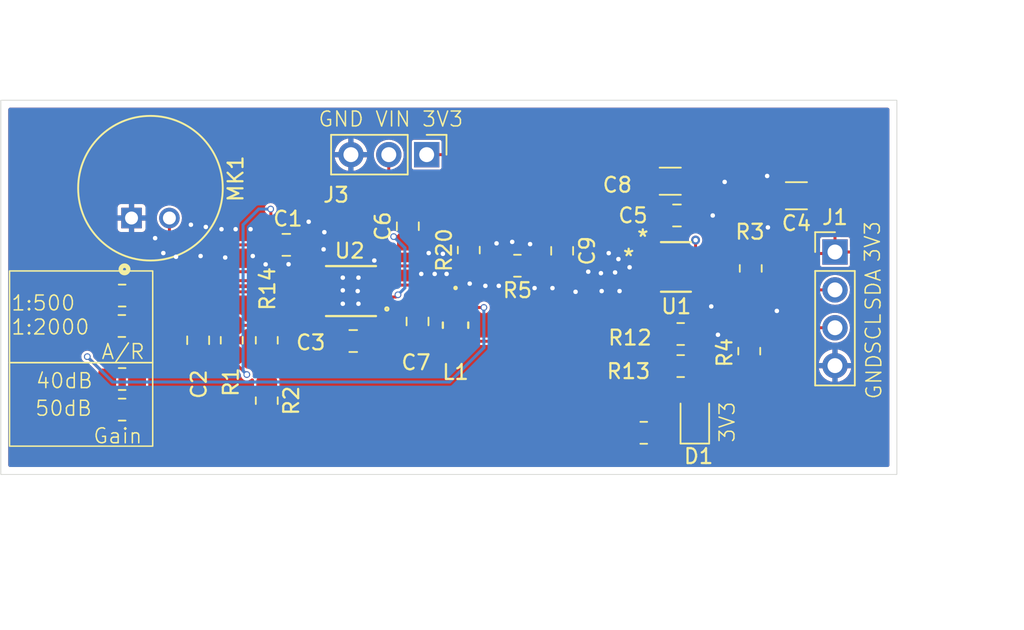
<source format=kicad_pcb>
(kicad_pcb (version 20240108) (generator "pcbnew") (generator_version "8.0")
  (layers (0 "F.Cu" signal) (1 "In1.Cu" power) (2 "In2.Cu" power) (31 "B.Cu" signal) (34 "B.Paste" user) (35 "F.Paste" user) (36 "B.SilkS" user "B.Silkscreen") (37 "F.SilkS" user "F.Silkscreen") (38 "B.Mask" user) (39 "F.Mask" user) (44 "Edge.Cuts" user))
  (net 0 "")
  (net 1 "GND")
  (net 2 "+3.3V")
  (net 3 "Net-(D1-K)")
  (net 4 "Net-(U2-MICIN)")
  (net 5 "Net-(U1-VIN)")
  (net 6 "Net-(U1-ADDR)")
  (net 7 "/SCL")
  (net 8 "/SDA")
  (net 9 "Net-(C1-Pad2)")
  (net 10 "Net-(U2-BIAS)")
  (net 11 "Net-(U2-CT)")
  (net 12 "Net-(U2-CG)")
  (net 13 "VDDA")
  (net 14 "Net-(U2-MICBIAS)")
  (net 15 "Net-(U2-TH)")
  (net 16 "/Gain")
  (net 17 "/A{slash}R")
  (net 18 "Net-(J3-Pin_2)")
  (net 19 "Net-(U2-MICOUT)")
  (footprint "Resistor_SMD:R_0805_2012Metric_Pad1.20x1.40mm_HandSolder" (layer "F.Cu") (at 161.75 97.28 -90)
    (property "Reference" "R4" (at 0.1 1.65 90) (layer "F.SilkS"))
    (property "Value" "4.7k")
    (fp_line (start -0.227064 0.735) (end 0.227064 0.735) (stroke (width 0.12)) (layer "F.SilkS"))
    (fp_line (start -0.227064 -0.735) (end 0.227064 -0.735) (stroke (width 0.12)) (layer "F.SilkS"))
    (pad "1" smd roundrect (at -1 0 270) (size 1.2 1.4) (layers "F.Cu" "F.Paste" "F.Mask") (roundrect_rratio 0.208333) (net 7 "/SCL"))
    (pad "2" smd roundrect (at 1 0 270) (size 1.2 1.4) (layers "F.Cu" "F.Paste" "F.Mask") (roundrect_rratio 0.208333) (net 2 "+3.3V"))
  )
  (footprint "Resistor_SMD:R_0805_2012Metric_Pad1.20x1.40mm_HandSolder" (layer "F.Cu") (at 127.0375 96.55 -90)
    (property "Reference" "R1" (at 2.8 0.05 90) (layer "F.SilkS"))
    (property "Value" "2.21k")
    (fp_line (start -0.227064 0.735) (end 0.227064 0.735) (stroke (width 0.12)) (layer "F.SilkS"))
    (fp_line (start -0.227064 -0.735) (end 0.227064 -0.735) (stroke (width 0.12)) (layer "F.SilkS"))
    (pad "1" smd roundrect (at -1 0 270) (size 1.2 1.4) (layers "F.Cu" "F.Paste" "F.Mask") (roundrect_rratio 0.208333) (net 14 "Net-(U2-MICBIAS)"))
    (pad "2" smd roundrect (at 1 0 270) (size 1.2 1.4) (layers "F.Cu" "F.Paste" "F.Mask") (roundrect_rratio 0.208333) (net 9 "Net-(C1-Pad2)"))
  )
  (footprint "LED_SMD:LED_0805_2012Metric" (layer "F.Cu") (at 158.1 101.7925 90)
    (property "Reference" "D1" (at -2.5375 0.25 0) (layer "F.SilkS"))
    (property "Value" "LED")
    (fp_line (start 1 -0.96) (end -1.685 -0.96) (stroke (width 0.12)) (layer "F.SilkS"))
    (fp_line (start -1.685 -0.96) (end -1.685 0.96) (stroke (width 0.12)) (layer "F.SilkS"))
    (fp_line (start -1.685 0.96) (end 1 0.96) (stroke (width 0.12)) (layer "F.SilkS"))
    (pad "1" smd roundrect (at -0.9375 0 90) (size 0.975 1.4) (layers "F.Cu" "F.Paste" "F.Mask") (net 3 "Net-(D1-K)"))
    (pad "2" smd roundrect (at 0.9375 0 90) (size 0.975 1.4) (layers "F.Cu" "F.Paste" "F.Mask") (net 2 "+3.3V"))
  )
  (footprint "Capacitor_SMD:C_0805_2012Metric_Pad1.18x1.45mm_HandSolder" (layer "F.Cu") (at 139.5 95.2875 -90)
    (property "Reference" "C7" (at 2.75 0.1 180) (layer "F.SilkS"))
    (property "Value" "1uF")
    (fp_line (start -0.261252 0.735) (end 0.261252 0.735) (stroke (width 0.12)) (layer "F.SilkS"))
    (fp_line (start -0.261252 -0.735) (end 0.261252 -0.735) (stroke (width 0.12)) (layer "F.SilkS"))
    (pad "1" smd roundrect (at -1.0375 0 270) (size 1.175 1.45) (layers "F.Cu" "F.Paste" "F.Mask") (roundrect_rratio 0.212766) (net 13 "VDDA"))
    (pad "2" smd roundrect (at 1.0375 0 270) (size 1.175 1.45) (layers "F.Cu" "F.Paste" "F.Mask") (roundrect_rratio 0.212766) (net 1 "GND"))
  )
  (footprint "Microphone_ADC:ADC081C027CIMK_NOPB-M" (layer "F.Cu") (at 156.8308 91.630001)
    (property "Reference" "U1" (at 0.0192 2.649999 0) (layer "F.SilkS"))
    (property "Value" "ADC081C027CIMK/NOPB")
    (fp_line (start -1.0033 1.6637) (end 1.0033 1.6637) (stroke (width 0.1524)) (layer "F.SilkS"))
    (fp_line (start 1.0033 -1.6637) (end -1.0033 -1.6637) (stroke (width 0.1524)) (layer "F.SilkS"))
    (fp_text user "*" (at -3.1692 -0.674551 0) (layer "F.SilkS"))
    (fp_text user "*" (at -2.2192 -1.974551 0) (layer "F.SilkS"))
    (pad "1" smd rect (at -1.2192 -0.950001) (size 1.524 0.5842) (layers "F.Cu" "F.Paste" "F.Mask") (net 2 "+3.3V"))
    (pad "2" smd rect (at -1.2192 0) (size 1.524 0.5842) (layers "F.Cu" "F.Paste" "F.Mask") (net 1 "GND"))
    (pad "3" smd rect (at -1.2192 0.950001) (size 1.524 0.5842) (layers "F.Cu" "F.Paste" "F.Mask") (net 5 "Net-(U1-VIN)"))
    (pad "4" smd rect (at 1.2192 0.950001) (size 1.524 0.5842) (layers "F.Cu" "F.Paste" "F.Mask") (net 6 "Net-(U1-ADDR)"))
    (pad "5" smd rect (at 1.2192 0) (size 1.524 0.5842) (layers "F.Cu" "F.Paste" "F.Mask") (net 7 "/SCL"))
    (pad "6" smd rect (at 1.2192 -0.950001) (size 1.524 0.5842) (layers "F.Cu" "F.Paste" "F.Mask") (net 8 "/SDA"))
  )
  (footprint "Microphone_ADC:max9814etd+t-M" (layer "F.Cu") (at 135.0369 93.25 180)
    (property "Reference" "U2" (at 0.0869 2.7 0) (layer "F.SilkS"))
    (property "Value" "max9814etd+t")
    (fp_line (start 1.6764 -1.6764) (end -1.6764 -1.6764) (stroke (width 0.1524)) (layer "F.SilkS"))
    (fp_line (start -1.6764 1.6764) (end 1.6764 1.6764) (stroke (width 0.1524)) (layer "F.SilkS"))
    (fp_circle (center -2.4066 -1.2) (end -2.305 -1.2) (stroke (width 0.1524)) (fill none) (layer "F.SilkS"))
    (pad "1" smd rect (at -1.5494 -1.2 180) (size 0.8128 0.2032) (layers "F.Cu" "F.Paste" "F.Mask") (net 11 "Net-(U2-CT)"))
    (pad "2" smd rect (at -1.5494 -0.800001 180) (size 0.8128 0.2032) (layers "F.Cu" "F.Paste" "F.Mask") (net 13 "VDDA"))
    (pad "3" smd rect (at -1.5494 -0.399999 180) (size 0.8128 0.2032) (layers "F.Cu" "F.Paste" "F.Mask") (net 12 "Net-(U2-CG)"))
    (pad "4" smd rect (at -1.5494 0 180) (size 0.8128 0.2032) (layers "F.Cu" "F.Paste" "F.Mask") (net 1 "GND"))
    (pad "5" smd rect (at -1.5494 0.399999 180) (size 0.8128 0.2032) (layers "F.Cu" "F.Paste" "F.Mask") (net 13 "VDDA"))
    (pad "6" smd rect (at -1.5494 0.800001 180) (size 0.8128 0.2032) (layers "F.Cu" "F.Paste" "F.Mask") (net 19 "Net-(U2-MICOUT)"))
    (pad "7" smd rect (at -1.5494 1.2 180) (size 0.8128 0.2032) (layers "F.Cu" "F.Paste" "F.Mask") (net 1 "GND"))
    (pad "8" smd rect (at 1.5494 1.2 180) (size 0.8128 0.2032) (layers "F.Cu" "F.Paste" "F.Mask") (net 4 "Net-(U2-MICIN)"))
    (pad "9" smd rect (at 1.5494 0.800001 180) (size 0.8128 0.2032) (layers "F.Cu" "F.Paste" "F.Mask") (net 17 "/A{slash}R"))
    (pad "10" smd rect (at 1.5494 0.399999 180) (size 0.8128 0.2032) (layers "F.Cu" "F.Paste" "F.Mask") (net 16 "/Gain"))
    (pad "11" smd rect (at 1.5494 0 180) (size 0.8128 0.2032) (layers "F.Cu" "F.Paste" "F.Mask") (net 1 "GND"))
    (pad "12" smd rect (at 1.5494 -0.399999 180) (size 0.8128 0.2032) (layers "F.Cu" "F.Paste" "F.Mask") (net 10 "Net-(U2-BIAS)"))
    (pad "13" smd rect (at 1.5494 -0.800001 180) (size 0.8128 0.2032) (layers "F.Cu" "F.Paste" "F.Mask") (net 14 "Net-(U2-MICBIAS)"))
    (pad "14" smd rect (at 1.5494 -1.2 180) (size 0.8128 0.2032) (layers "F.Cu" "F.Paste" "F.Mask") (net 15 "Net-(U2-TH)"))
    (pad "15" smd rect (at 0 0 180) (size 1.7018 2.3876) (layers "F.Cu" "F.Paste" "F.Mask") (net 1 "GND"))
  )
  (footprint "Capacitor_SMD:C_0805_2012Metric_Pad1.18x1.45mm_HandSolder" (layer "F.Cu") (at 156.9 88.18)
    (property "Reference" "C5" (at -2.95 0 0) (layer "F.SilkS"))
    (property "Value" "100nF")
    (fp_line (start -0.261252 -0.735) (end 0.261252 -0.735) (stroke (width 0.12)) (layer "F.SilkS"))
    (fp_line (start -0.261252 0.735) (end 0.261252 0.735) (stroke (width 0.12)) (layer "F.SilkS"))
    (pad "1" smd roundrect (at -1.0375 0) (size 1.175 1.45) (layers "F.Cu" "F.Paste" "F.Mask") (roundrect_rratio 0.212766) (net 2 "+3.3V"))
    (pad "2" smd roundrect (at 1.0375 0) (size 1.175 1.45) (layers "F.Cu" "F.Paste" "F.Mask") (roundrect_rratio 0.212766) (net 1 "GND"))
  )
  (footprint "Resistor_SMD:R_0805_2012Metric_Pad1.20x1.40mm_HandSolder" (layer "F.Cu") (at 129.3875 100.6 -90)
    (property "Reference" "R2" (at 0 -1.65 90) (layer "F.SilkS"))
    (property "Value" "100k")
    (fp_line (start -0.227064 0.735) (end 0.227064 0.735) (stroke (width 0.12)) (layer "F.SilkS"))
    (fp_line (start -0.227064 -0.735) (end 0.227064 -0.735) (stroke (width 0.12)) (layer "F.SilkS"))
    (pad "1" smd roundrect (at -1 0 270) (size 1.2 1.4) (layers "F.Cu" "F.Paste" "F.Mask") (roundrect_rratio 0.208333) (net 15 "Net-(U2-TH)"))
    (pad "2" smd roundrect (at 1 0 270) (size 1.2 1.4) (layers "F.Cu" "F.Paste" "F.Mask") (roundrect_rratio 0.208333) (net 1 "GND"))
  )
  (footprint "Resistor_SMD:R_0805_2012Metric_Pad1.20x1.40mm_HandSolder" (layer "F.Cu") (at 157.15 98.28 180)
    (property "Reference" "R13" (at 3.5 -0.35 180) (layer "F.SilkS"))
    (property "Value" "0")
    (fp_line (start -0.227064 0.735) (end 0.227064 0.735) (stroke (width 0.12)) (layer "F.SilkS"))
    (fp_line (start -0.227064 -0.735) (end 0.227064 -0.735) (stroke (width 0.12)) (layer "F.SilkS"))
    (pad "1" smd roundrect (at -1 0 180) (size 1.2 1.4) (layers "F.Cu" "F.Paste" "F.Mask") (roundrect_rratio 0.208333) (net 2 "+3.3V"))
    (pad "2" smd roundrect (at 1 0 180) (size 1.2 1.4) (layers "F.Cu" "F.Paste" "F.Mask") (roundrect_rratio 0.208333) (net 6 "Net-(U1-ADDR)"))
  )
  (footprint "Capacitor_SMD:C_1206_3216Metric_Pad1.33x1.80mm_HandSolder" (layer "F.Cu") (at 164.9116 86.85545 180)
    (property "Reference" "C4" (at 0 -1.85 180) (layer "F.SilkS"))
    (property "Value" "1uF")
    (fp_line (start -0.711252 0.91) (end 0.711252 0.91) (stroke (width 0.12)) (layer "F.SilkS"))
    (fp_line (start -0.711252 -0.91) (end 0.711252 -0.91) (stroke (width 0.12)) (layer "F.SilkS"))
    (pad "1" smd roundrect (at -1.5625 0 180) (size 1.325 1.8) (layers "F.Cu" "F.Paste" "F.Mask") (roundrect_rratio 0.188679) (net 2 "+3.3V"))
    (pad "2" smd roundrect (at 1.5625 0 180) (size 1.325 1.8) (layers "F.Cu" "F.Paste" "F.Mask") (roundrect_rratio 0.188679) (net 1 "GND"))
  )
  (footprint "Microphone_ADC:MMZ2012S601AT000-M" (layer "F.Cu") (at 142.05 95.5375 -90)
    (property "Reference" "L1" (at 3.15 0 0) (layer "F.SilkS"))
    (property "Value" "Ferrite_MMZ2012S601AT000")
    (fp_line (start -0.183151 0.852) (end 0.183151 0.852) (stroke (width 0.1524)) (layer "F.SilkS"))
    (fp_line (start 0.183151 -0.852) (end -0.183151 -0.852) (stroke (width 0.1524)) (layer "F.SilkS"))
    (fp_circle (center -2.497 0) (end -2.4208 0) (stroke (width 0.1524)) (fill none) (layer "F.SilkS"))
    (pad "1" smd rect (at -1.0794 0 270) (size 1.1588 1.5008) (layers "F.Cu" "F.Paste" "F.Mask") (net 13 "VDDA"))
    (pad "2" smd rect (at 1.0794 0 270) (size 1.1588 1.5008) (layers "F.Cu" "F.Paste" "F.Mask") (net 2 "+3.3V"))
    (zone (net 0) (net_name "") (layer "F.Cu") (connect_pads (clearance 0)) (min_thickness 0.254)
      (keepout (tracks not_allowed) (vias not_allowed) (pads allowed) (copperpour not_allowed) (footprints allowed))
      (fill (thermal_gap 0.508) (thermal_bridge_width 0.508))
      (polygon (pts (xy 142.7242 95.0883) (xy 142.7242 95.9867) (xy 141.3758 95.9867) (xy 141.3758 95.0883)))
    )
  )
  (footprint "Connector_PinHeader_2.54mm:PinHeader_1x03_P2.54mm_Vertical" (layer "F.Cu") (at 140.1125 84.1 -90)
    (property "Reference" "J3" (at 2.7 6.075 180) (layer "F.SilkS"))
    (property "Value" "Conn_01x03")
    (fp_line (start -1.33 6.41) (end 1.33 6.41) (stroke (width 0.12)) (layer "F.SilkS"))
    (fp_line (start -1.33 1.27) (end -1.33 6.41) (stroke (width 0.12)) (layer "F.SilkS"))
    (fp_line (start -1.33 1.27) (end 1.33 1.27) (stroke (width 0.12)) (layer "F.SilkS"))
    (fp_line (start 1.33 1.27) (end 1.33 6.41) (stroke (width 0.12)) (layer "F.SilkS"))
    (fp_line (start -1.33 0) (end -1.33 -1.33) (stroke (width 0.12)) (layer "F.SilkS"))
    (fp_line (start -1.33 -1.33) (end 0 -1.33) (stroke (width 0.12)) (layer "F.SilkS"))
    (pad "1" thru_hole rect (at 0 0 270) (size 1.7 1.7) (drill 1) (layers "*.Cu" "*.Mask") (net 2 "+3.3V"))
    (pad "2" thru_hole oval (at 0 2.54 270) (size 1.7 1.7) (drill 1) (layers "*.Cu" "*.Mask") (net 18 "Net-(J3-Pin_2)"))
    (pad "3" thru_hole oval (at 0 5.08 270) (size 1.7 1.7) (drill 1) (layers "*.Cu" "*.Mask") (net 1 "GND"))
  )
  (footprint "Capacitor_SMD:C_0805_2012Metric_Pad1.18x1.45mm_HandSolder" (layer "F.Cu") (at 138.85 88.9 90)
    (property "Reference" "C6" (at 0 -1.68 90) (layer "F.SilkS"))
    (property "Value" "2.2uF")
    (fp_line (start -0.261252 -0.735) (end 0.261252 -0.735) (stroke (width 0.12)) (layer "F.SilkS"))
    (fp_line (start -0.261252 0.735) (end 0.261252 0.735) (stroke (width 0.12)) (layer "F.SilkS"))
    (pad "1" smd roundrect (at -1.0375 0 90) (size 1.175 1.45) (layers "F.Cu" "F.Paste" "F.Mask") (roundrect_rratio 0.212766) (net 12 "Net-(U2-CG)"))
    (pad "2" smd roundrect (at 1.0375 0 90) (size 1.175 1.45) (layers "F.Cu" "F.Paste" "F.Mask") (roundrect_rratio 0.212766) (net 1 "GND"))
  )
  (footprint "Resistor_SMD:R_0805_2012Metric_Pad1.20x1.40mm_HandSolder" (layer "F.Cu") (at 129.3875 96.55 90)
    (property "Reference" "R14" (at 3.45 0.05 90) (layer "F.SilkS"))
    (property "Value" "150k")
    (fp_line (start -0.227064 -0.735) (end 0.227064 -0.735) (stroke (width 0.12)) (layer "F.SilkS"))
    (fp_line (start -0.227064 0.735) (end 0.227064 0.735) (stroke (width 0.12)) (layer "F.SilkS"))
    (pad "1" smd roundrect (at -1 0 90) (size 1.2 1.4) (layers "F.Cu" "F.Paste" "F.Mask") (roundrect_rratio 0.208333) (net 15 "Net-(U2-TH)"))
    (pad "2" smd roundrect (at 1 0 90) (size 1.2 1.4) (layers "F.Cu" "F.Paste" "F.Mask") (roundrect_rratio 0.208333) (net 14 "Net-(U2-MICBIAS)"))
  )
  (footprint "Microphone_ADC:MIC_CMA-4544PF-W" (layer "F.Cu") (at 121.5875 86.35 -90)
    (property "Reference" "MK1" (at -0.635215 -5.717015 90) (layer "F.SilkS") (effects (font (size 1.000354 1.000354))))
    (property "Value" "CMA-4544PF-W")
    (fp_circle (center 5.443 1.741) (end 5.543 1.741) (stroke (width 0.3)) (fill none) (layer "F.SilkS"))
    (fp_circle (center 0 0) (end 4.85 0) (stroke (width 0.127)) (fill none) (layer "F.SilkS"))
    (pad "1" thru_hole rect (at 2 1.27 270) (size 1.378 1.378) (drill 0.87) (layers "*.Cu" "*.Mask") (net 1 "GND"))
    (pad "2" thru_hole circle (at 2 -1.27 270) (size 1.378 1.378) (drill 0.87) (layers "*.Cu" "*.Mask") (net 9 "Net-(C1-Pad2)"))
  )
  (footprint "Resistor_SMD:R_0805_2012Metric_Pad1.20x1.40mm_HandSolder" (layer "F.Cu") (at 119.6875 101.2 180)
    (property "Reference" "R15" (hide yes))
    (property "Value" "0")
    (fp_line (start -0.227064 0.735) (end 0.227064 0.735) (stroke (width 0.12)) (layer "F.SilkS"))
    (fp_line (start -0.227064 -0.735) (end 0.227064 -0.735) (stroke (width 0.12)) (layer "F.SilkS"))
    (pad "1" smd roundrect (at -1 0 180) (size 1.2 1.4) (layers "F.Cu" "F.Paste" "F.Mask") (roundrect_rratio 0.208333) (net 16 "/Gain"))
    (pad "2" smd roundrect (at 1 0 180) (size 1.2 1.4) (layers "F.Cu" "F.Paste" "F.Mask") (roundrect_rratio 0.208333) (net 1 "GND"))
  )
  (footprint "Capacitor_SMD:C_0805_2012Metric_Pad1.18x1.45mm_HandSolder" (layer "F.Cu") (at 135.1875 96.6 180)
    (property "Reference" "C3" (at 2.85 -0.1 0) (layer "F.SilkS"))
    (property "Value" "0.47uF")
    (fp_line (start -0.261252 0.735) (end 0.261252 0.735) (stroke (width 0.12)) (layer "F.SilkS"))
    (fp_line (start -0.261252 -0.735) (end 0.261252 -0.735) (stroke (width 0.12)) (layer "F.SilkS"))
    (pad "1" smd roundrect (at -1.0375 0 180) (size 1.175 1.45) (layers "F.Cu" "F.Paste" "F.Mask") (roundrect_rratio 0.212766) (net 11 "Net-(U2-CT)"))
    (pad "2" smd roundrect (at 1.0375 0 180) (size 1.175 1.45) (layers "F.Cu" "F.Paste" "F.Mask") (roundrect_rratio 0.212766) (net 1 "GND"))
  )
  (footprint "Capacitor_SMD:C_1206_3216Metric_Pad1.33x1.80mm_HandSolder" (layer "F.Cu") (at 156.45 85.88 180)
    (property "Reference" "C8" (at 3.55 -0.25 0) (layer "F.SilkS"))
    (property "Value" "10uF")
    (fp_line (start -0.711252 0.91) (end 0.711252 0.91) (stroke (width 0.12)) (layer "F.SilkS"))
    (fp_line (start -0.711252 -0.91) (end 0.711252 -0.91) (stroke (width 0.12)) (layer "F.SilkS"))
    (pad "1" smd roundrect (at -1.5625 0 180) (size 1.325 1.8) (layers "F.Cu" "F.Paste" "F.Mask") (roundrect_rratio 0.188679) (net 1 "GND"))
    (pad "2" smd roundrect (at 1.5625 0 180) (size 1.325 1.8) (layers "F.Cu" "F.Paste" "F.Mask") (roundrect_rratio 0.188679) (net 2 "+3.3V"))
  )
  (footprint "Capacitor_SMD:C_0805_2012Metric_Pad1.18x1.45mm_HandSolder" (layer "F.Cu") (at 130.7 90.15 180)
    (property "Reference" "C1" (at -0.1 1.75 0) (layer "F.SilkS"))
    (property "Value" "100nF")
    (fp_line (start -0.261252 0.735) (end 0.261252 0.735) (stroke (width 0.12)) (layer "F.SilkS"))
    (fp_line (start -0.261252 -0.735) (end 0.261252 -0.735) (stroke (width 0.12)) (layer "F.SilkS"))
    (pad "1" smd roundrect (at -1.0375 0 180) (size 1.175 1.45) (layers "F.Cu" "F.Paste" "F.Mask") (roundrect_rratio 0.212766) (net 4 "Net-(U2-MICIN)"))
    (pad "2" smd roundrect (at 1.0375 0 180) (size 1.175 1.45) (layers "F.Cu" "F.Paste" "F.Mask") (roundrect_rratio 0.212766) (net 9 "Net-(C1-Pad2)"))
  )
  (footprint "Resistor_SMD:R_0805_2012Metric_Pad1.20x1.40mm_HandSolder" (layer "F.Cu") (at 154.6741 102.75545)
    (property "Reference" "R11" (hide yes))
    (property "Value" "1k")
    (fp_line (start -0.227064 -0.735) (end 0.227064 -0.735) (stroke (width 0.12)) (layer "F.SilkS"))
    (fp_line (start -0.227064 0.735) (end 0.227064 0.735) (stroke (width 0.12)) (layer "F.SilkS"))
    (pad "1" smd roundrect (at -1 0) (size 1.2 1.4) (layers "F.Cu" "F.Paste" "F.Mask") (roundrect_rratio 0.208333) (net 1 "GND"))
    (pad "2" smd roundrect (at 1 0) (size 1.2 1.4) (layers "F.Cu" "F.Paste" "F.Mask") (roundrect_rratio 0.208333) (net 3 "Net-(D1-K)"))
  )
  (footprint "Resistor_SMD:R_0805_2012Metric_Pad1.20x1.40mm_HandSolder" (layer "F.Cu") (at 142.9375 90.5 90)
    (property "Reference" "R20" (at 0 -1.65 90) (layer "F.SilkS"))
    (property "Value" "0")
    (fp_line (start -0.227064 -0.735) (end 0.227064 -0.735) (stroke (width 0.12)) (layer "F.SilkS"))
    (fp_line (start -0.227064 0.735) (end 0.227064 0.735) (stroke (width 0.12)) (layer "F.SilkS"))
    (pad "1" smd roundrect (at -1 0 90) (size 1.2 1.4) (layers "F.Cu" "F.Paste" "F.Mask") (roundrect_rratio 0.208333) (net 19 "Net-(U2-MICOUT)"))
    (pad "2" smd roundrect (at 1 0 90) (size 1.2 1.4) (layers "F.Cu" "F.Paste" "F.Mask") (roundrect_rratio 0.208333) (net 18 "Net-(J3-Pin_2)"))
  )
  (footprint "Resistor_SMD:R_0805_2012Metric_Pad1.20x1.40mm_HandSolder" (layer "F.Cu") (at 119.6875 93.55 180)
    (property "Reference" "R17" (hide yes))
    (property "Value" "0")
    (fp_line (start -0.227064 0.735) (end 0.227064 0.735) (stroke (width 0.12)) (layer "F.SilkS"))
    (fp_line (start -0.227064 -0.735) (end 0.227064 -0.735) (stroke (width 0.12)) (layer "F.SilkS"))
    (pad "1" smd roundrect (at -1 0 180) (size 1.2 1.4) (layers "F.Cu" "F.Paste" "F.Mask") (roundrect_rratio 0.208333) (net 17 "/A{slash}R"))
    (pad "2" smd roundrect (at 1 0 180) (size 1.2 1.4) (layers "F.Cu" "F.Paste" "F.Mask") (roundrect_rratio 0.208333) (net 1 "GND"))
  )
  (footprint "Capacitor_SMD:C_0805_2012Metric_Pad1.18x1.45mm_HandSolder" (layer "F.Cu") (at 149.2 90.55 -90)
    (property "Reference" "C9" (at 0 -1.68 -90) (layer "F.SilkS"))
    (property "Value" "470pF")
    (fp_line (start -0.261252 0.735) (end 0.261252 0.735) (stroke (width 0.12)) (layer "F.SilkS"))
    (fp_line (start -0.261252 -0.735) (end 0.261252 -0.735) (stroke (width 0.12)) (layer "F.SilkS"))
    (pad "1" smd roundrect (at -1.0375 0 270) (size 1.175 1.45) (layers "F.Cu" "F.Paste" "F.Mask") (roundrect_rratio 0.212766) (net 1 "GND"))
    (pad "2" smd roundrect (at 1.0375 0 270) (size 1.175 1.45) (layers "F.Cu" "F.Paste" "F.Mask") (roundrect_rratio 0.212766) (net 5 "Net-(U1-VIN)"))
  )
  (footprint "Resistor_SMD:R_0805_2012Metric_Pad1.20x1.40mm_HandSolder" (layer "F.Cu") (at 119.6875 99.15)
    (property "Reference" "R16" (hide yes))
    (property "Value" "0")
    (fp_line (start -0.227064 -0.735) (end 0.227064 -0.735) (stroke (width 0.12)) (layer "F.SilkS"))
    (fp_line (start -0.227064 0.735) (end 0.227064 0.735) (stroke (width 0.12)) (layer "F.SilkS"))
    (pad "1" smd roundrect (at -1 0) (size 1.2 1.4) (layers "F.Cu" "F.Paste" "F.Mask") (roundrect_rratio 0.208333) (net 13 "VDDA"))
    (pad "2" smd roundrect (at 1 0) (size 1.2 1.4) (layers "F.Cu" "F.Paste" "F.Mask") (roundrect_rratio 0.208333) (net 16 "/Gain"))
  )
  (footprint "Resistor_SMD:R_0805_2012Metric_Pad1.20x1.40mm_HandSolder" (layer "F.Cu") (at 146.2 91.55 180)
    (property "Reference" "R5" (at 0 -1.65 360) (layer "F.SilkS"))
    (property "Value" "0")
    (fp_line (start -0.227064 0.735) (end 0.227064 0.735) (stroke (width 0.12)) (layer "F.SilkS"))
    (fp_line (start -0.227064 -0.735) (end 0.227064 -0.735) (stroke (width 0.12)) (layer "F.SilkS"))
    (pad "1" smd roundrect (at -1 0 180) (size 1.2 1.4) (layers "F.Cu" "F.Paste" "F.Mask") (roundrect_rratio 0.208333) (net 5 "Net-(U1-VIN)"))
    (pad "2" smd roundrect (at 1 0 180) (size 1.2 1.4) (layers "F.Cu" "F.Paste" "F.Mask") (roundrect_rratio 0.208333) (net 19 "Net-(U2-MICOUT)"))
  )
  (footprint "Capacitor_SMD:C_0805_2012Metric_Pad1.18x1.45mm_HandSolder" (layer "F.Cu") (at 124.7875 96.55 -90)
    (property "Reference" "C2" (at 2.95 -0.05 90) (layer "F.SilkS"))
    (property "Value" "0.47uF")
    (fp_line (start -0.261252 0.735) (end 0.261252 0.735) (stroke (width 0.12)) (layer "F.SilkS"))
    (fp_line (start -0.261252 -0.735) (end 0.261252 -0.735) (stroke (width 0.12)) (layer "F.SilkS"))
    (pad "1" smd roundrect (at -1.0375 0 270) (size 1.175 1.45) (layers "F.Cu" "F.Paste" "F.Mask") (roundrect_rratio 0.212766) (net 10 "Net-(U2-BIAS)"))
    (pad "2" smd roundrect (at 1.0375 0 270) (size 1.175 1.45) (layers "F.Cu" "F.Paste" "F.Mask") (roundrect_rratio 0.212766) (net 1 "GND"))
  )
  (footprint "Resistor_SMD:R_0805_2012Metric_Pad1.20x1.40mm_HandSolder" (layer "F.Cu") (at 157.15 96.13)
    (property "Reference" "R12" (at -3.4 0.25 180) (layer "F.SilkS"))
    (property "Value" "0")
    (fp_line (start -0.227064 -0.735) (end 0.227064 -0.735) (stroke (width 0.12)) (layer "F.SilkS"))
    (fp_line (start -0.227064 0.735) (end 0.227064 0.735) (stroke (width 0.12)) (layer "F.SilkS"))
    (pad "1" smd roundrect (at -1 0) (size 1.2 1.4) (layers "F.Cu" "F.Paste" "F.Mask") (roundrect_rratio 0.208333) (net 6 "Net-(U1-ADDR)"))
    (pad "2" smd roundrect (at 1 0) (size 1.2 1.4) (layers "F.Cu" "F.Paste" "F.Mask") (roundrect_rratio 0.208333) (net 1 "GND"))
  )
  (footprint "Resistor_SMD:R_0805_2012Metric_Pad1.20x1.40mm_HandSolder" (layer "F.Cu") (at 161.85 91.73 90)
    (property "Reference" "R3" (at 2.45 -0.05 180) (layer "F.SilkS"))
    (property "Value" "4.7k")
    (fp_line (start -0.227064 -0.735) (end 0.227064 -0.735) (stroke (width 0.12)) (layer "F.SilkS"))
    (fp_line (start -0.227064 0.735) (end 0.227064 0.735) (stroke (width 0.12)) (layer "F.SilkS"))
    (pad "1" smd roundrect (at -1 0 90) (size 1.2 1.4) (layers "F.Cu" "F.Paste" "F.Mask") (roundrect_rratio 0.208333) (net 8 "/SDA"))
    (pad "2" smd roundrect (at 1 0 90) (size 1.2 1.4) (layers "F.Cu" "F.Paste" "F.Mask") (roundrect_rratio 0.208333) (net 2 "+3.3V"))
  )
  (footprint "Connector_PinHeader_2.54mm:PinHeader_1x04_P2.54mm_Vertical" (layer "F.Cu") (at 167.5 90.63)
    (property "Reference" "J1" (at 0 -2.33 0) (layer "F.SilkS"))
    (property "Value" "Conn_01x04")
    (fp_line (start -1.33 -1.33) (end 0 -1.33) (stroke (width 0.12)) (layer "F.SilkS"))
    (fp_line (start -1.33 0) (end -1.33 -1.33) (stroke (width 0.12)) (layer "F.SilkS"))
    (fp_line (start -1.33 1.27) (end -1.33 8.95) (stroke (width 0.12)) (layer "F.SilkS"))
    (fp_line (start -1.33 1.27) (end 1.33 1.27) (stroke (width 0.12)) (layer "F.SilkS"))
    (fp_line (start -1.33 8.95) (end 1.33 8.95) (stroke (width 0.12)) (layer "F.SilkS"))
    (fp_line (start 1.33 1.27) (end 1.33 8.95) (stroke (width 0.12)) (layer "F.SilkS"))
    (pad "1" thru_hole rect (at 0 0) (size 1.7 1.7) (drill 1) (layers "*.Cu" "*.Mask") (net 2 "+3.3V"))
    (pad "2" thru_hole oval (at 0 2.54) (size 1.7 1.7) (drill 1) (layers "*.Cu" "*.Mask") (net 8 "/SDA"))
    (pad "3" thru_hole oval (at 0 5.08) (size 1.7 1.7) (drill 1) (layers "*.Cu" "*.Mask") (net 7 "/SCL"))
    (pad "4" thru_hole oval (at 0 7.62) (size 1.7 1.7) (drill 1) (layers "*.Cu" "*.Mask") (net 1 "GND"))
  )
  (footprint "Resistor_SMD:R_0805_2012Metric_Pad1.20x1.40mm_HandSolder" (layer "F.Cu") (at 119.6687 95.5914)
    (property "Reference" "R18" (hide yes))
    (property "Value" "0")
    (fp_line (start -0.227064 -0.735) (end 0.227064 -0.735) (stroke (width 0.12)) (layer "F.SilkS"))
    (fp_line (start -0.227064 0.735) (end 0.227064 0.735) (stroke (width 0.12)) (layer "F.SilkS"))
    (pad "1" smd roundrect (at -1 0) (size 1.2 1.4) (layers "F.Cu" "F.Paste" "F.Mask") (roundrect_rratio 0.208333) (net 13 "VDDA"))
    (pad "2" smd roundrect (at 1 0) (size 1.2 1.4) (layers "F.Cu" "F.Paste" "F.Mask") (roundrect_rratio 0.208333) (net 17 "/A{slash}R"))
  )
  (gr_rect (start 112.1375 91.9) (end 121.7375 98.05) (stroke (width 0.1)) (fill none) (layer "F.SilkS"))
  (gr_rect (start 112.1375 98.05) (end 121.7375 103.65) (stroke (width 0.1)) (fill none) (layer "F.SilkS"))
  (gr_rect (start 111.55 80.45) (end 171.65 105.55) (stroke (width 0.05)) (fill none) (layer "Edge.Cuts"))
  (gr_text "GND VIN 3V3\n" (at 132.7875 82.3 0) (layer "F.SilkS") (effects (font (size 1 1) (thickness 0.1)) (justify left bottom)))
  (gr_text "1:500\n1:2000\n" (at 112.1875 96.25 0) (layer "F.SilkS") (effects (font (size 1 1) (thickness 0.1)) (justify left bottom)))
  (gr_text "3V3" (at 170.6 91.38 90) (layer "F.SilkS") (effects (font (size 1 1) (thickness 0.1)) (justify left bottom)))
  (gr_text "SDA" (at 170.65 94.63 90) (layer "F.SilkS") (effects (font (size 1 1) (thickness 0.1)) (justify left bottom)))
  (gr_text "A/R" (at 118.2375 97.9 0) (layer "F.SilkS") (effects (font (size 1 1) (thickness 0.1)) (justify left bottom)))
  (gr_text "50dB\n" (at 113.7875 101.7 0) (layer "F.SilkS") (effects (font (size 1 1) (thickness 0.1)) (justify left bottom)))
  (gr_text "40dB\n" (at 113.8375 99.85 0) (layer "F.SilkS") (effects (font (size 1 1) (thickness 0.1)) (justify left bottom)))
  (gr_text "Gain" (at 117.6875 103.55 0) (layer "F.SilkS") (effects (font (size 1 1) (thickness 0.1)) (justify left bottom)))
  (gr_text "GND\n" (at 170.7 100.58 90) (layer "F.SilkS") (effects (font (size 1 1) (thickness 0.1)) (justify left bottom)))
  (gr_text "3V3" (at 160.85 103.48 90) (layer "F.SilkS") (effects (font (size 1 1) (thickness 0.1)) (justify left bottom)))
  (gr_text "SCL" (at 170.65 97.58 90) (layer "F.SilkS") (effects (font (size 1 1) (thickness 0.1)) (justify left bottom)))
  (segment (start 133.4875 93.25) (end 134.4375 93.25) (width 0.2) (layer "F.Cu") (net 1))
  (segment (start 136.5863 93.25) (end 135.4875 93.25) (width 0.2) (layer "F.Cu") (net 1))
  (segment (start 136.5863 91.2137) (end 136.6 91.2) (width 0.2) (layer "F.Cu") (net 1))
  (segment (start 136.5863 92.05) (end 136.5863 91.2137) (width 0.2) (layer "F.Cu") (net 1))
  (segment (start 134.4375 93.25) (end 134.4875 93.2) (width 0.2) (layer "F.Cu") (net 1))
  (via (at 139.75 92.1) (size 0.45) (drill 0.3) (layers "F.Cu" "B.Cu") (net 1))
  (via (at 135.5375 92.35) (size 0.45) (drill 0.3) (layers "F.Cu" "B.Cu") (net 1))
  (via (at 163.6 94.58) (size 0.6) (drill 0.3) (layers "F.Cu" "B.Cu") (net 1))
  (via (at 152.9741 91.10545) (size 0.45) (drill 0.3) (layers "F.Cu" "B.Cu") (net 1))
  (via (at 136.6 91.2) (size 0.45) (drill 0.3) (layers "F.Cu" "B.Cu") (net 1))
  (via (at 123.3 90.95) (size 0.45) (drill 0.3) (layers "F.Cu" "B.Cu") (net 1))
  (via (at 141.2 90.75) (size 0.45) (drill 0.3) (layers "F.Cu" "B.Cu") (net 1))
  (via (at 144.05 92.9) (size 0.45) (drill 0.3) (layers "F.Cu" "B.Cu") (net 1))
  (via (at 144.8 90.05) (size 0.45) (drill 0.3) (layers "F.Cu" "B.Cu") (net 1))
  (via (at 159.2 94.28) (size 0.6) (drill 0.3) (layers "F.Cu" "B.Cu") (net 1))
  (via (at 152.75 92) (size 0.45) (drill 0.3) (layers "F.Cu" "B.Cu") (net 1))
  (via (at 126.35 89.1) (size 0.45) (drill 0.3) (layers "F.Cu" "B.Cu") (net 1))
  (via (at 124.95 90.9) (size 0.45) (drill 0.3) (layers "F.Cu" "B.Cu") (net 1))
  (via (at 141.45 92.1) (size 0.45) (drill 0.3) (layers "F.Cu" "B.Cu") (net 1))
  (via (at 134.4875 92.35) (size 0.45) (drill 0.3) (layers "F.Cu" "B.Cu") (net 1))
  (via (at 134.4875 93.2) (size 0.45) (drill 0.3) (layers "F.Cu" "B.Cu") (net 1))
  (via (at 140.65 92.1) (size 0.45) (drill 0.3) (layers "F.Cu" "B.Cu") (net 1))
  (via (at 152.3241 90.70545) (size 0.45) (drill 0.3) (layers "F.Cu" "B.Cu") (net 1))
  (via (at 128.3 89.1) (size 0.45) (drill 0.3) (layers "F.Cu" "B.Cu") (net 1))
  (via (at 134.4875 94.1) (size 0.45) (drill 0.3) (layers "F.Cu" "B.Cu") (net 1))
  (via (at 148.55 93.05) (size 0.45) (drill 0.3) (layers "F.Cu" "B.Cu") (net 1))
  (via (at 124.3 88.8) (size 0.45) (drill 0.3) (layers "F.Cu" "B.Cu") (net 1))
  (via (at 128.45 90.9) (size 0.45) (drill 0.3) (layers "F.Cu" "B.Cu") (net 1))
  (via (at 153.7241 91.65545) (size 0.45) (drill 0.3) (layers "F.Cu" "B.Cu") (net 1))
  (via (at 122.45 90.7) (size 0.45) (drill 0.3) (layers "F.Cu" "B.Cu") (net 1))
  (via (at 150.95 91.95) (size 0.45) (drill 0.3) (layers "F.Cu" "B.Cu") (net 1))
  (via (at 133.25 89.3) (size 0.45) (drill 0.3) (layers "F.Cu" "B.Cu") (net 1))
  (via (at 151.8 92.05) (size 0.45) (drill 0.3) (layers "F.Cu" "B.Cu") (net 1))
  (via (at 130.85 91.45) (size 0.45) (drill 0.3) (layers "F.Cu" "B.Cu") (net 1))
  (via (at 151.85 93.25) (size 0.45) (drill 0.3) (layers "F.Cu" "B.Cu") (net 1))
  (via (at 140.25 90.7) (size 0.45) (drill 0.3) (layers "F.Cu" "B.Cu") (net 1))
  (via (at 150.1 93.3) (size 0.45) (drill 0.3) (layers "F.Cu" "B.Cu") (net 1))
  (via (at 160.1 85.93) (size 0.6) (drill 0.3) (layers "F.Cu" "B.Cu") (net 1))
  (via (at 121.9 89.7) (size 0.45) (drill 0.3) (layers "F.Cu" "B.Cu") (net 1))
  (via (at 153.05 93.25) (size 0.45) (drill 0.3) (layers "F.Cu" "B.Cu") (net 1))
  (via (at 162.95 85.53) (size 0.6) (drill 0.3) (layers "F.Cu" "B.Cu") (net 1))
  (via (at 126.6 91) (size 0.45) (drill 0.3) (layers "F.Cu" "B.Cu") (net 1))
  (via (at 143 92.75) (size 0.45) (drill 0.3) (layers "F.Cu" "B.Cu") (net 1))
  (via (at 163 88.98) (size 0.6) (drill 0.3) (layers "F.Cu" "B.Cu") (net 1))
  (via (at 147.05 90.1) (size 0.45) (drill 0.3) (layers "F.Cu" "B.Cu") (net 1))
  (via (at 125.3 88.95) (size 0.45) (drill 0.3) (layers "F.Cu" "B.Cu") (net 1))
  (via (at 133.2 90.45) (size 0.45) (drill 0.3) (layers "F.Cu" "B.Cu") (net 1))
  (via (at 135.5375 94.1) (size 0.45) (drill 0.3) (layers "F.Cu" "B.Cu") (net 1))
  (via (at 144.95 92.9) (size 0.45) (drill 0.3) (layers "F.Cu" "B.Cu") (net 1))
  (via (at 135.4875 93.25) (size 0.45) (drill 0.3) (layers "F.Cu" "B.Cu") (net 1))
  (via (at 145.85 89.95) (size 0.45) (drill 0.3) (layers "F.Cu" "B.Cu") (net 1))
  (via (at 147.35 93.05) (size 0.45) (drill 0.3) (layers "F.Cu" "B.Cu") (net 1))
  (via (at 127.3 89.1) (size 0.45) (drill 0.3) (layers "F.Cu" "B.Cu") (net 1))
  (via (at 129.311779 91.458175) (size 0.45) (drill 0.3) (layers "F.Cu" "B.Cu") (net 1))
  (via (at 159.3 88.18) (size 0.6) (drill 0.3) (layers "F.Cu" "B.Cu") (net 1))
  (via (at 132.2 88.6) (size 0.45) (drill 0.3) (layers "F.Cu" "B.Cu") (net 1))
  (via (at 159.65 96.18) (size 0.6) (drill 0.3) (layers "F.Cu" "B.Cu") (net 1))
  (segment (start 149.35 84.1) (end 140.1125 84.1) (width 0.2) (layer "F.Cu") (net 2))
  (segment (start 166.05 87.28) (end 166.05 84.83) (width 0.2) (layer "F.Cu") (net 2))
  (segment (start 149.3 97.15) (end 149.3 99.6) (width 0.2) (layer "F.Cu") (net 2))
  (segment (start 165.2 83.98) (end 155.6 83.98) (width 0.2) (layer "F.Cu") (net 2))
  (segment (start 168.6 100.43) (end 170.1 98.93) (width 0.2) (layer "F.Cu") (net 2))
  (segment (start 167.5 90.63) (end 167.5 88.73) (width 0.2) (layer "F.Cu") (net 2))
  (segment (start 155.85 88.18) (end 154.8875 87.2175) (width 0.2) (layer "F.Cu") (net 2))
  (segment (start 154.8875 84.6925) (end 154.8875 85.88) (width 0.2) (layer "F.Cu") (net 2))
  (segment (start 158.15 98.28) (end 161.75 98.28) (width 0.2) (layer "F.Cu") (net 2))
  (segment (start 167.5 88.73) (end 166.05 87.28) (width 0.2) (layer "F.Cu") (net 2))
  (segment (start 154.8875 85.88) (end 151.13 85.88) (width 0.2) (layer "F.Cu") (net 2))
  (segment (start 149.3 99.6) (end 150.555 100.855) (width 0.2) (layer "F.Cu") (net 2))
  (segment (start 158.15 100.805) (end 158.1 100.855) (width 0.2) (layer "F.Cu") (net 2))
  (segment (start 158.15 98.28) (end 158.15 100.805) (width 0.2) (layer "F.Cu") (net 2))
  (segment (start 150.555 100.855) (end 158.1 100.855) (width 0.2) (layer "F.Cu") (net 2))
  (segment (start 170.1 91.13) (end 169.6 90.63) (width 0.2) (layer "F.Cu") (net 2))
  (segment (start 170.1 98.93) (end 170.1 91.13) (width 0.2) (layer "F.Cu") (net 2))
  (segment (start 166.05 84.83) (end 165.2 83.98) (width 0.2) (layer "F.Cu") (net 2))
  (segment (start 155.6116 90.68) (end 155.6116 88.4309) (width 0.2) (layer "F.Cu") (net 2))
  (segment (start 161.75 98.28) (end 163.9 100.43) (width 0.2) (layer "F.Cu") (net 2))
  (segment (start 148.7669 96.6169) (end 149.3 97.15) (width 0.2) (layer "F.Cu") (net 2))
  (segment (start 142.05 96.6169) (end 148.7669 96.6169) (width 0.2) (layer "F.Cu") (net 2))
  (segment (start 155.6116 88.4309) (end 155.8625 88.18) (width 0.2) (layer "F.Cu") (net 2))
  (segment (start 167.4 90.73) (end 167.5 90.63) (width 0.2) (layer "F.Cu") (net 2))
  (segment (start 169.6 90.63) (end 167.5 90.63) (width 0.2) (layer "F.Cu") (net 2))
  (segment (start 163.9 100.43) (end 168.6 100.43) (width 0.2) (layer "F.Cu") (net 2))
  (segment (start 155.8625 88.18) (end 155.85 88.18) (width 0.2) (layer "F.Cu") (net 2))
  (segment (start 151.13 85.88) (end 149.35 84.1) (width 0.2) (layer "F.Cu") (net 2))
  (segment (start 155.611598 90.679998) (end 155.6116 90.68) (width 0.2) (layer "F.Cu") (net 2))
  (segment (start 161.85 90.73) (end 167.4 90.73) (width 0.2) (layer "F.Cu") (net 2))
  (segment (start 154.8875 87.2175) (end 154.8875 85.88) (width 0.2) (layer "F.Cu") (net 2))
  (segment (start 155.6 83.98) (end 154.8875 84.6925) (width 0.2) (layer "F.Cu") (net 2))
  (segment (start 155.6741 102.75545) (end 155.69955 102.73) (width 0.2) (layer "F.Cu") (net 3))
  (segment (start 155.69955 102.73) (end 158.1 102.73) (width 0.2) (layer "F.Cu") (net 3))
  (segment (start 132.55 92.05) (end 133.4875 92.05) (width 0.2) (layer "F.Cu") (net 4))
  (segment (start 131.7375 91.2375) (end 132.55 92.05) (width 0.2) (layer "F.Cu") (net 4))
  (segment (start 131.7375 90.15) (end 131.7375 91.2375) (width 0.2) (layer "F.Cu") (net 4))
  (segment (start 155.6116 92.580002) (end 149.380002 92.580002) (width 0.2) (layer "F.Cu") (net 5))
  (segment (start 149.380002 92.580002) (end 149.2 92.4) (width 0.2) (layer "F.Cu") (net 5))
  (segment (start 147.2 91.55) (end 149.1625 91.55) (width 0.2) (layer "F.Cu") (net 5))
  (segment (start 149.1625 91.55) (end 149.2 91.5875) (width 0.2) (layer "F.Cu") (net 5))
  (segment (start 155.537047 92.505449) (end 155.6116 92.580002) (width 0.2) (layer "F.Cu") (net 5))
  (segment (start 149.2 91.5875) (end 149.2 92.4) (width 0.2) (layer "F.Cu") (net 5))
  (segment (start 158.05 92.580002) (end 158.05 93.73) (width 0.2) (layer "F.Cu") (net 6))
  (segment (start 156.15 94.48) (end 156.15 96.13) (width 0.2) (layer "F.Cu") (net 6))
  (segment (start 156.5 94.13) (end 156.15 94.48) (width 0.2) (layer "F.Cu") (net 6))
  (segment (start 158.05 93.73) (end 157.65 94.13) (width 0.2) (layer "F.Cu") (net 6))
  (segment (start 157.65 94.13) (end 156.5 94.13) (width 0.2) (layer "F.Cu") (net 6))
  (segment (start 156.15 96.13) (end 156.15 98.28) (width 0.2) (layer "F.Cu") (net 6))
  (segment (start 167.5 95.71) (end 164.77 95.71) (width 0.2) (layer "F.Cu") (net 7))
  (segment (start 160.5 93.118001) (end 160.5 95.53) (width 0.2) (layer "F.Cu") (net 7))
  (segment (start 159.012 91.630001) (end 160.5 93.118001) (width 0.2) (layer "F.Cu") (net 7))
  (segment (start 158.05 91.630001) (end 159.012 91.630001) (width 0.2) (layer "F.Cu") (net 7))
  (segment (start 161.25 96.28) (end 161.75 96.28) (width 0.2) (layer "F.Cu") (net 7))
  (segment (start 164.2 96.28) (end 161.75 96.28) (width 0.2) (layer "F.Cu") (net 7))
  (segment (start 160.5 95.53) (end 161.25 96.28) (width 0.2) (layer "F.Cu") (net 7))
  (segment (start 164.77 95.71) (end 164.2 96.28) (width 0.2) (layer "F.Cu") (net 7))
  (segment (start 159.25 90.68) (end 161.3 92.73) (width 0.2) (layer "F.Cu") (net 8))
  (segment (start 161.85 92.73) (end 164.9 92.73) (width 0.2) (layer "F.Cu") (net 8))
  (segment (start 158.15 90.58) (end 158.05 90.68) (width 0.2) (layer "F.Cu") (net 8))
  (segment (start 164.9 92.73) (end 165.34 93.17) (width 0.2) (layer "F.Cu") (net 8))
  (segment (start 161.3 92.73) (end 161.85 92.73) (width 0.2) (layer "F.Cu") (net 8))
  (segment (start 158.15 89.83) (end 158.15 90.58) (width 0.2) (layer "F.Cu") (net 8))
  (segment (start 158.05 90.68) (end 159.25 90.68) (width 0.2) (layer "F.Cu") (net 8))
  (segment (start 165.34 93.17) (end 167.5 93.17) (width 0.2) (layer "F.Cu") (net 8))
  (via (at 158.15 89.83) (size 0.6) (drill 0.3) (layers "F.Cu" "B.Cu") (net 8))
  (segment (start 129.65 87.75) (end 129.6625 87.7625) (width 0.2) (layer "F.Cu") (net 9))
  (segment (start 123.3875 90.15) (end 129.6625 90.15) (width 0.2) (layer "F.Cu") (net 9))
  (segment (start 129.6625 87.7625) (end 129.6625 90.15) (width 0.2) (layer "F.Cu") (net 9))
  (segment (start 127.0375 97.55) (end 127.0375 97.8375) (width 0.2) (layer "F.Cu") (net 9))
  (segment (start 122.8575 89.62) (end 123.3875 90.15) (width 0.2) (layer "F.Cu") (net 9))
  (segment (start 122.8575 88.35) (end 122.8575 89.62) (width 0.2) (layer "F.Cu") (net 9))
  (segment (start 127.0375 97.8375) (end 128.05 98.85) (width 0.2) (layer "F.Cu") (net 9))
  (via (at 129.65 87.75) (size 0.45) (drill 0.3) (layers "F.Cu" "B.Cu") (net 9))
  (via (at 128.05 98.85) (size 0.45) (drill 0.3) (layers "F.Cu" "B.Cu") (net 9))
  (segment (start 127.8 98.6) (end 127.8 88.8) (width 0.2) (layer "B.Cu") (net 9))
  (segment (start 127.8 88.8) (end 128.85 87.75) (width 0.2) (layer "B.Cu") (net 9))
  (segment (start 128.05 98.85) (end 127.8 98.6) (width 0.2) (layer "B.Cu") (net 9))
  (segment (start 128.85 87.75) (end 129.65 87.75) (width 0.2) (layer "B.Cu") (net 9))
  (segment (start 124.7875 94.0125) (end 124.7875 95.5125) (width 0.2) (layer "F.Cu") (net 10))
  (segment (start 131.449999 93.649999) (end 131.1 93.3) (width 0.2) (layer "F.Cu") (net 10))
  (segment (start 133.4875 93.649999) (end 131.449999 93.649999) (width 0.2) (layer "F.Cu") (net 10))
  (segment (start 131.1 93.3) (end 125.5 93.3) (width 0.2) (layer "F.Cu") (net 10))
  (segment (start 125.5 93.3) (end 124.7875 94.0125) (width 0.2) (layer "F.Cu") (net 10))
  (segment (start 138.0875 96.15) (end 138.0875 94.85) (width 0.2) (layer "F.Cu") (net 11))
  (segment (start 138.0875 94.85) (end 137.6875 94.45) (width 0.2) (layer "F.Cu") (net 11))
  (segment (start 137.6875 94.45) (end 136.5863 94.45) (width 0.2) (layer "F.Cu") (net 11))
  (segment (start 136.225 96.6) (end 137.6375 96.6) (width 0.2) (layer "F.Cu") (net 11))
  (segment (start 137.6375 96.6) (end 138.0875 96.15) (width 0.2) (layer "F.Cu") (net 11))
  (segment (start 138.5125 89.6) (end 138.85 89.9375) (width 0.2) (layer "F.Cu") (net 12))
  (segment (start 136.5863 93.649999) (end 138.037501 93.649999) (width 0.2) (layer "F.Cu") (net 12))
  (segment (start 138.037501 93.649999) (end 138.1875 93.5) (width 0.2) (layer "F.Cu") (net 12))
  (segment (start 137.9 89.6) (end 138.5125 89.6) (width 0.2) (layer "F.Cu") (net 12))
  (via (at 137.9 89.6) (size 0.45) (drill 0.3) (layers "F.Cu" "B.Cu") (net 12))
  (via (at 138.1875 93.5) (size 0.45) (drill 0.3) (layers "F.Cu" "B.Cu") (net 12))
  (segment (start 138.65 90.35) (end 137.9 89.6) (width 0.2) (layer "B.Cu") (net 12))
  (segment (start 138.65 93.0375) (end 138.65 90.35) (width 0.2) (layer "B.Cu") (net 12))
  (segment (start 138.1875 93.5) (end 138.65 93.0375) (width 0.2) (layer "B.Cu") (net 12))
  (segment (start 118.6875 99.15) (end 118.6875 95.6102) (width 0.2) (layer "F.Cu") (net 13))
  (segment (start 139.5 94.25) (end 141.8419 94.25) (width 0.2) (layer "F.Cu") (net 13))
  (segment (start 143.95 94.35) (end 142.1581 94.35) (width 0.2) (layer "F.Cu") (net 13))
  (segment (start 139.5 93.25) (end 139.5 94.25) (width 0.2) (layer "F.Cu") (net 13))
  (segment (start 136.5863 94.050001) (end 139.300001 94.050001) (width 0.2) (layer "F.Cu") (net 13))
  (segment (start 139.100001 92.850001) (end 139.5 93.25) (width 0.2) (layer "F.Cu") (net 13))
  (segment (start 139.5 94.25) (end 140.1 94.25) (width 0.2) (layer "F.Cu") (net 13))
  (segment (start 136.5863 92.850001) (end 139.100001 92.850001) (width 0.2) (layer "F.Cu") (net 13))
  (segment (start 142.1581 94.35) (end 142.05 94.4581) (width 0.2) (layer "F.Cu") (net 13))
  (segment (start 118.6875 99.15) (end 118.6875 98.9875) (width 0.2) (layer "F.Cu") (net 13))
  (segment (start 139.300001 94.050001) (end 139.5 94.25) (width 0.2) (layer "F.Cu") (net 13))
  (segment (start 118.6875 95.6102) (end 118.6687 95.5914) (width 0.2) (layer "F.Cu") (net 13))
  (segment (start 141.8419 94.25) (end 142.05 94.4581) (width 0.2) (layer "F.Cu") (net 13))
  (segment (start 118.6875 98.9875) (end 117.35 97.65) (width 0.2) (layer "F.Cu") (net 13))
  (via (at 143.95 94.35) (size 0.45) (drill 0.3) (layers "F.Cu" "B.Cu") (net 13))
  (via (at 117.35 97.65) (size 0.45) (drill 0.3) (layers "F.Cu" "B.Cu") (net 13))
  (segment (start 143.95 97.05) (end 143.95 94.35) (width 0.2) (layer "B.Cu") (net 13))
  (segment (start 117.35 97.65) (end 119.05 99.35) (width 0.2) (layer "B.Cu") (net 13))
  (segment (start 119.05 99.35) (end 141.65 99.35) (width 0.2) (layer "B.Cu") (net 13))
  (segment (start 141.65 99.35) (end 143.95 97.05) (width 0.2) (layer "B.Cu") (net 13))
  (segment (start 129.3875 94.6) (end 129.937499 94.050001) (width 0.2) (layer "F.Cu") (net 14))
  (segment (start 127.0375 95.55) (end 129.3875 95.55) (width 0.2) (layer "F.Cu") (net 14))
  (segment (start 129.3875 95.55) (end 129.3875 94.6) (width 0.2) (layer "F.Cu") (net 14))
  (segment (start 129.937499 94.050001) (end 133.4875 94.050001) (width 0.2) (layer "F.Cu") (net 14))
  (segment (start 131.3875 95.1625) (end 132.1 94.45) (width 0.2) (layer "F.Cu") (net 15))
  (segment (start 129.3875 97.55) (end 130.8375 97.55) (width 0.2) (layer "F.Cu") (net 15))
  (segment (start 132.1 94.45) (end 133.4875 94.45) (width 0.2) (layer "F.Cu") (net 15))
  (segment (start 130.8375 97.55) (end 131.3875 97) (width 0.2) (layer "F.Cu") (net 15))
  (segment (start 131.3875 97) (end 131.3875 95.1625) (width 0.2) (layer "F.Cu") (net 15))
  (segment (start 129.3875 99.6) (end 129.3875 97.55) (width 0.2) (layer "F.Cu") (net 15))
  (segment (start 131.15 92.55) (end 131.450001 92.850001) (width 0.2) (layer "F.Cu") (net 16))
  (segment (start 122.3875 97.75) (end 122.3875 94.2) (width 0.2) (layer "F.Cu") (net 16))
  (segment (start 120.6875 101.2) (end 120.6875 99.15) (width 0.2) (layer "F.Cu") (net 16))
  (segment (start 131.450001 92.850001) (end 133.4875 92.850001) (width 0.2) (layer "F.Cu") (net 16))
  (segment (start 124.0375 92.55) (end 131.15 92.55) (width 0.2) (layer "F.Cu") (net 16))
  (segment (start 122.3875 94.2) (end 124.0375 92.55) (width 0.2) (layer "F.Cu") (net 16))
  (segment (start 120.6875 99.15) (end 120.9875 99.15) (width 0.2) (layer "F.Cu") (net 16))
  (segment (start 120.9875 99.15) (end 122.3875 97.75) (width 0.2) (layer "F.Cu") (net 16))
  (segment (start 131.849999 92.449999) (end 131.35 91.95) (width 0.2) (layer "F.Cu") (net 17))
  (segment (start 122.2875 91.95) (end 120.6875 93.55) (width 0.2) (layer "F.Cu") (net 17))
  (segment (start 120.6875 93.55) (end 120.6875 95.5726) (width 0.2) (layer "F.Cu") (net 17))
  (segment (start 133.4875 92.449999) (end 131.849999 92.449999) (width 0.2) (layer "F.Cu") (net 17))
  (segment (start 120.6875 95.5726) (end 120.6687 95.5914) (width 0.2) (layer "F.Cu") (net 17))
  (segment (start 131.35 91.95) (end 122.2875 91.95) (width 0.2) (layer "F.Cu") (net 17))
  (segment (start 137.5725 85.1725) (end 137.5725 84.1) (width 0.2) (layer "F.Cu") (net 18))
  (segment (start 142.9375 89.5) (end 142.9375 87.85) (width 0.2) (layer "F.Cu") (net 18))
  (segment (start 138.7 86.3) (end 137.5725 85.1725) (width 0.2) (layer "F.Cu") (net 18))
  (segment (start 142.9375 87.85) (end 141.3875 86.3) (width 0.2) (layer "F.Cu") (net 18))
  (segment (start 141.3875 86.3) (end 138.7 86.3) (width 0.2) (layer "F.Cu") (net 18))
  (segment (start 137.400001 92.449999) (end 138.2875 91.5625) (width 0.2) (layer "F.Cu") (net 19))
  (segment (start 145.15 91.5) (end 145.2 91.55) (width 0.2) (layer "F.Cu") (net 19))
  (segment (start 138.2875 91.5625) (end 142.875 91.5625) (width 0.2) (layer "F.Cu") (net 19))
  (segment (start 142.875 91.5625) (end 142.9375 91.5) (width 0.2) (layer "F.Cu") (net 19))
  (segment (start 142.9375 91.5) (end 145.15 91.5) (width 0.2) (layer "F.Cu") (net 19))
  (segment (start 136.5863 92.449999) (end 137.400001 92.449999) (width 0.2) (layer "F.Cu") (net 19))
  (zone (net 1) (net_name "GND") (layers "F.Cu" "In1.Cu" "In2.Cu" "B.Cu") (connect_pads (clearance 0.15)) (min_thickness 0.25) (fill yes (thermal_gap 0.25) (thermal_bridge_width 0.35))
    (polygon (pts (xy 111.55 80.45) (xy 171.15 80.4) (xy 171.15 105.5) (xy 111.55 105.55)))
  )
)
</source>
